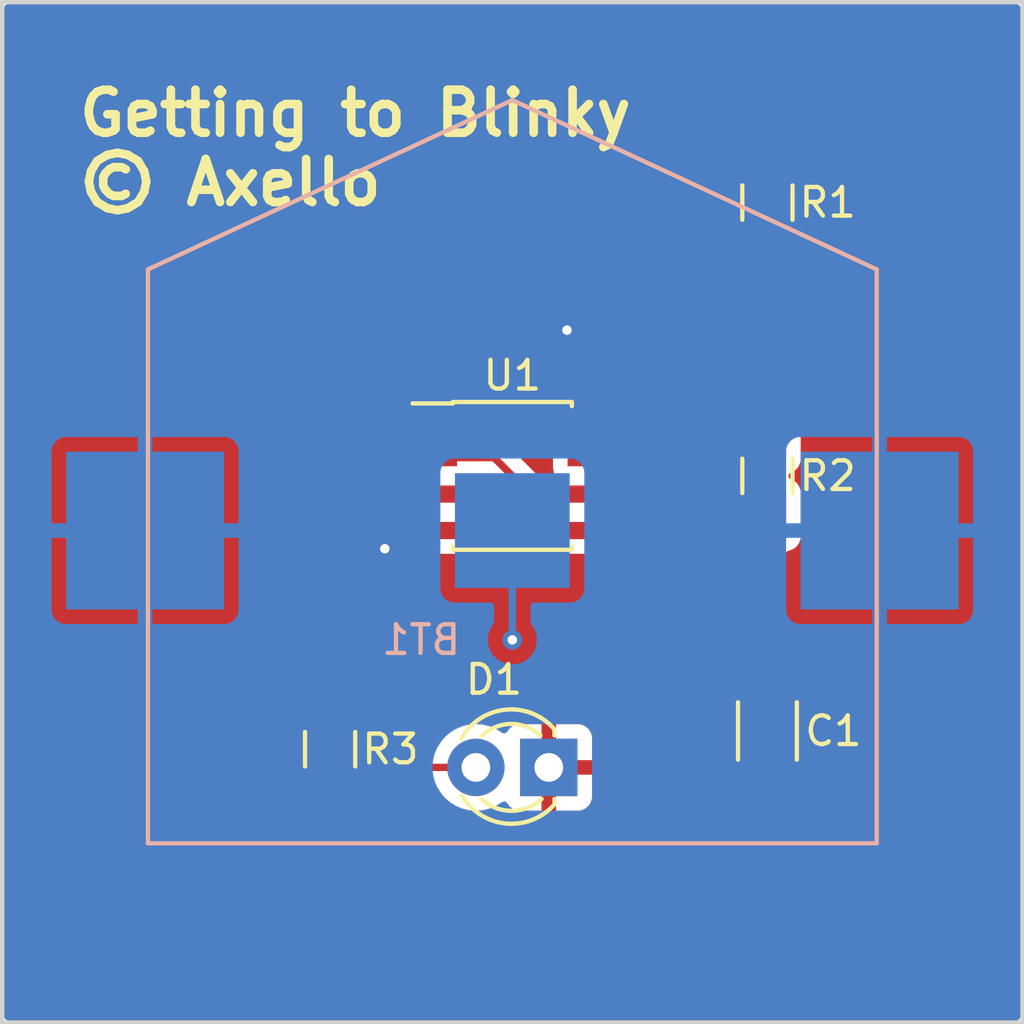
<source format=kicad_pcb>
(kicad_pcb (version 20221018) (generator pcbnew)
  (layers (0 "F.Cu" signal) (31 "B.Cu" signal) (34 "B.Paste" user) (35 "F.Paste" user) (36 "B.SilkS" user "B.Silkscreen") (37 "F.SilkS" user "F.Silkscreen") (38 "B.Mask" user) (39 "F.Mask" user) (44 "Edge.Cuts" user))
  (net 0 "")
  (net 1 "Net-(C1-Pad1)")
  (net 2 "GND")
  (net 3 "Net-(D1-Pad2)")
  (net 4 "/VDD")
  (net 5 "Net-(R1-Pad2)")
  (net 6 "Net-(R3-Pad1)")
  (net 7 "Net-(U1-Pad5)")
  (footprint "Capacitors_SMD:C_1206_HandSoldering" (layer "F.Cu") (at 222.25 135.89 -90)
    (fp_text reference "C1" (at 0 -2.3) (layer "F.SilkS"))
    (fp_text value "1µF")
    (fp_line (start -1 1.025) (end 1 1.025) (stroke (width 0.15)) (layer "F.SilkS"))
    (fp_line (start 1 -1.025) (end -1 -1.025) (stroke (width 0.15)) (layer "F.SilkS"))
    (pad "1" smd rect (at -2 0 270) (size 2 1.6) (layers "F.Cu" "F.Paste" "F.Mask") (net 1 "Net-(C1-Pad1)"))
    (pad "2" smd rect (at 2 0 270) (size 2 1.6) (layers "F.Cu" "F.Paste" "F.Mask") (net 2 "GND"))
  )
  (footprint "LEDs:LED-3MM" (layer "F.Cu") (at 214.63 137.16 180)
    (fp_text reference "D1" (at 1.91 3.06 180) (layer "F.SilkS"))
    (fp_text value "LED")
    (fp_line (start -0.199 -1.28) (end -0.199 -1.1) (stroke (width 0.15)) (layer "F.SilkS"))
    (fp_line (start -0.199 1.314) (end -0.199 1.114) (stroke (width 0.15)) (layer "F.SilkS"))
    (fp_arc (start -0.199 -1.286) (mid 1.495903 -1.954571) (end 3.028744 -0.969643) (stroke (width 0.15)) (layer "F.SilkS"))
    (fp_arc (start 0.25 -1.1) (mid 1.301686 -1.512142) (end 2.353005 -1.099067) (stroke (width 0.15)) (layer "F.SilkS"))
    (fp_arc (start 2.335 1.094) (mid 1.31492 1.51473) (end 0.287111 1.113252) (stroke (width 0.15)) (layer "F.SilkS"))
    (fp_arc (start 3.051 0.994) (mid 1.522637 2.009958) (end -0.18622 1.340726) (stroke (width 0.15)) (layer "F.SilkS"))
    (pad "1" thru_hole rect (at 0 0 270) (size 2 2) (drill 1.00076) (layers "*.Cu" "*.Mask") (net 2 "GND"))
    (pad "2" thru_hole circle (at 2.54 0 180) (size 2 2) (drill 1.00076) (layers "*.Cu" "*.Mask") (net 3 "Net-(D1-Pad2)"))
  )
  (footprint "Resistors_SMD:R_0805_HandSoldering" (layer "F.Cu") (at 222.25 117.475 -90)
    (fp_text reference "R1" (at 0 -2.1) (layer "F.SilkS"))
    (fp_text value "1K")
    (fp_line (start -0.6 -0.875) (end 0.6 -0.875) (stroke (width 0.15)) (layer "F.SilkS"))
    (fp_line (start 0.6 0.875) (end -0.6 0.875) (stroke (width 0.15)) (layer "F.SilkS"))
    (pad "1" smd rect (at -1.35 0 270) (size 1.5 1.3) (layers "F.Cu" "F.Paste" "F.Mask") (net 4 "/VDD"))
    (pad "2" smd rect (at 1.35 0 270) (size 1.5 1.3) (layers "F.Cu" "F.Paste" "F.Mask") (net 5 "Net-(R1-Pad2)"))
  )
  (footprint "Resistors_SMD:R_0805_HandSoldering" (layer "F.Cu") (at 222.25 127 -90)
    (fp_text reference "R2" (at 0 -2.1) (layer "F.SilkS"))
    (fp_text value "470K")
    (fp_line (start -0.6 -0.875) (end 0.6 -0.875) (stroke (width 0.15)) (layer "F.SilkS"))
    (fp_line (start 0.6 0.875) (end -0.6 0.875) (stroke (width 0.15)) (layer "F.SilkS"))
    (pad "1" smd rect (at -1.35 0 270) (size 1.5 1.3) (layers "F.Cu" "F.Paste" "F.Mask") (net 5 "Net-(R1-Pad2)"))
    (pad "2" smd rect (at 1.35 0 270) (size 1.5 1.3) (layers "F.Cu" "F.Paste" "F.Mask") (net 1 "Net-(C1-Pad1)"))
  )
  (footprint "Resistors_SMD:R_0805_HandSoldering" (layer "F.Cu") (at 207.01 136.525 -90)
    (fp_text reference "R3" (at 0 -2.1) (layer "F.SilkS"))
    (fp_text value "1K")
    (fp_line (start -0.6 -0.875) (end 0.6 -0.875) (stroke (width 0.15)) (layer "F.SilkS"))
    (fp_line (start 0.6 0.875) (end -0.6 0.875) (stroke (width 0.15)) (layer "F.SilkS"))
    (pad "1" smd rect (at -1.35 0 270) (size 1.5 1.3) (layers "F.Cu" "F.Paste" "F.Mask") (net 6 "Net-(R3-Pad1)"))
    (pad "2" smd rect (at 1.35 0 270) (size 1.5 1.3) (layers "F.Cu" "F.Paste" "F.Mask") (net 3 "Net-(D1-Pad2)"))
  )
  (footprint "Housings_SOIC:SOIC-8_3.9x4.9mm_Pitch1.27mm" (layer "F.Cu") (at 213.36 127)
    (fp_text reference "U1" (at 0 -3.5) (layer "F.SilkS"))
    (fp_text value "7555")
    (fp_line (start -2.075 -2.575) (end -2.075 -2.525) (stroke (width 0.15)) (layer "F.SilkS"))
    (fp_line (start -2.075 -2.575) (end 2.075 -2.575) (stroke (width 0.15)) (layer "F.SilkS"))
    (fp_line (start -2.075 -2.525) (end -3.475 -2.525) (stroke (width 0.15)) (layer "F.SilkS"))
    (fp_line (start -2.075 2.575) (end -2.075 2.43) (stroke (width 0.15)) (layer "F.SilkS"))
    (fp_line (start -2.075 2.575) (end 2.075 2.575) (stroke (width 0.15)) (layer "F.SilkS"))
    (fp_line (start 2.075 -2.575) (end 2.075 -2.43) (stroke (width 0.15)) (layer "F.SilkS"))
    (fp_line (start 2.075 2.575) (end 2.075 2.43) (stroke (width 0.15)) (layer "F.SilkS"))
    (pad "1" smd rect (at -2.7 -1.905) (size 1.55 0.6) (layers "F.Cu" "F.Paste" "F.Mask") (net 2 "GND"))
    (pad "2" smd rect (at -2.7 -0.635) (size 1.55 0.6) (layers "F.Cu" "F.Paste" "F.Mask") (net 1 "Net-(C1-Pad1)"))
    (pad "3" smd rect (at -2.7 0.635) (size 1.55 0.6) (layers "F.Cu" "F.Paste" "F.Mask") (net 6 "Net-(R3-Pad1)"))
    (pad "4" smd rect (at -2.7 1.905) (size 1.55 0.6) (layers "F.Cu" "F.Paste" "F.Mask") (net 4 "/VDD"))
    (pad "5" smd rect (at 2.7 1.905) (size 1.55 0.6) (layers "F.Cu" "F.Paste" "F.Mask") (net 7 "Net-(U1-Pad5)"))
    (pad "6" smd rect (at 2.7 0.635) (size 1.55 0.6) (layers "F.Cu" "F.Paste" "F.Mask") (net 1 "Net-(C1-Pad1)"))
    (pad "7" smd rect (at 2.7 -0.635) (size 1.55 0.6) (layers "F.Cu" "F.Paste" "F.Mask") (net 5 "Net-(R1-Pad2)"))
    (pad "8" smd rect (at 2.7 -1.905) (size 1.55 0.6) (layers "F.Cu" "F.Paste" "F.Mask") (net 4 "/VDD"))
  )
  (footprint "GTB:BatteryHolder" (layer "B.Cu") (at 213.36 128.905)
    (fp_text reference "BT1" (at -3.175 3.81) (layer "B.SilkS") (effects (justify mirror)))
    (fp_text value "Battery")
    (fp_line (start -12.7 -9.1) (end -12.7 10.9) (stroke (width 0.15)) (layer "B.SilkS"))
    (fp_line (start -12.7 10.9) (end 12.7 10.9) (stroke (width 0.15)) (layer "B.SilkS"))
    (fp_line (start 0 -15) (end -12.7 -9.1) (stroke (width 0.15)) (layer "B.SilkS"))
    (fp_line (start 12.7 -9.1) (end 0 -15) (stroke (width 0.15)) (layer "B.SilkS"))
    (fp_line (start 12.7 10.9) (end 12.7 -9.1) (stroke (width 0.15)) (layer "B.SilkS"))
    (pad "1" smd rect (at -12.8 0) (size 5.5 5.5) (layers "B.Cu" "B.Paste" "B.Mask") (net 4 "/VDD"))
    (pad "1" smd rect (at 12.8 0) (size 5.5 5.5) (layers "B.Cu" "B.Paste" "B.Mask") (net 4 "/VDD"))
    (pad "2" smd rect (at 0 0) (size 4 4) (layers "B.Cu" "B.Paste" "B.Mask") (net 2 "GND"))
  )
  (gr_line (start 231.14 146.05) (end 195.58 146.05) (stroke (width 0.15)) (layer "Edge.Cuts"))
  (gr_line (start 231.14 110.49) (end 231.14 146.05) (stroke (width 0.15)) (layer "Edge.Cuts"))
  (gr_line (start 195.58 110.49) (end 231.14 110.49) (stroke (width 0.15)) (layer "Edge.Cuts"))
  (gr_line (start 195.58 146.05) (end 195.58 110.49) (stroke (width 0.15)) (layer "Edge.Cuts"))
  (gr_text "Getting to Blinky\n© Axello" (at 198.12 115.57) (layer "F.SilkS") (effects (font (size 1.5 1.5) (thickness 0.3)) (justify left)))
  (segment (start 212.725 126.365) (end 213.995 127.635) (width 0.254) (layer "F.Cu") (net 1))
  (segment (start 213.995 127.635) (end 216.06 127.635) (width 0.254) (layer "F.Cu") (net 1))
  (segment (start 220.345 127.635) (end 220.98 128.27) (width 0.254) (layer "F.Cu") (net 1))
  (segment (start 220.98 128.27) (end 222.17 128.27) (width 0.254) (layer "F.Cu") (net 1))
  (segment (start 222.17 128.27) (end 222.25 128.35) (width 0.254) (layer "F.Cu") (net 1))
  (segment (start 222.25 133.89) (end 222.25 128.35) (width 0.254) (layer "F.Cu") (net 1))
  (segment (start 210.66 126.365) (end 212.725 126.365) (width 0.254) (layer "F.Cu") (net 1))
  (segment (start 216.06 127.635) (end 220.345 127.635) (width 0.254) (layer "F.Cu") (net 1))
  (via (at 213.36 132.715) (size 0.6858) (drill 0.3302) (layers "F.Cu" "B.Cu") (net 2))
  (segment (start 213.36 128.905) (end 213.36 132.715) (width 0.254) (layer "B.Cu") (net 2))
  (segment (start 209.55 137.16) (end 208.28 137.795) (width 0.254) (layer "F.Cu") (net 3))
  (segment (start 208.28 137.795) (end 207.01 138.51) (width 0.254) (layer "F.Cu") (net 3))
  (segment (start 212.09 137.16) (end 209.55 137.16) (width 0.254) (layer "F.Cu") (net 3))
  (segment (start 216.06 124.935) (end 219.71 121.285) (width 0.254) (layer "F.Cu") (net 4))
  (segment (start 219.71 121.285) (end 219.71 116.84) (width 0.254) (layer "F.Cu") (net 4))
  (segment (start 219.71 116.84) (end 220.425 116.125) (width 0.254) (layer "F.Cu") (net 4))
  (segment (start 220.425 116.125) (end 222.25 116.125) (width 0.254) (layer "F.Cu") (net 4))
  (segment (start 216.06 122.715) (end 215.265 121.92) (width 0.254) (layer "F.Cu") (net 4))
  (segment (start 208.915 129.54) (end 209.55 128.905) (width 0.254) (layer "F.Cu") (net 4))
  (segment (start 216.06 125.095) (end 216.06 124.935) (width 0.254) (layer "F.Cu") (net 4))
  (segment (start 216.06 125.095) (end 216.06 122.715) (width 0.254) (layer "F.Cu") (net 4))
  (segment (start 209.55 128.905) (end 210.66 128.905) (width 0.254) (layer "F.Cu") (net 4))
  (via (at 208.915 129.54) (size 0.6858) (drill 0.3302) (layers "F.Cu" "B.Cu") (net 4))
  (via (at 215.265 121.92) (size 0.6858) (drill 0.3302) (layers "F.Cu" "B.Cu") (net 4))
  (segment (start 220.345 126.365) (end 221.06 125.65) (width 0.254) (layer "F.Cu") (net 5))
  (segment (start 221.06 125.65) (end 222.25 126.285) (width 0.254) (layer "F.Cu") (net 5))
  (segment (start 222.25 126.285) (end 222.25 118.825) (width 0.254) (layer "F.Cu") (net 5))
  (segment (start 216.06 126.365) (end 220.345 126.365) (width 0.254) (layer "F.Cu") (net 5))
  (segment (start 207.01 128.27) (end 207.645 127.635) (width 0.254) (layer "F.Cu") (net 6))
  (segment (start 207.645 127.635) (end 210.66 127.635) (width 0.254) (layer "F.Cu") (net 6))
  (segment (start 207.01 135.81) (end 207.01 128.27) (width 0.254) (layer "F.Cu") (net 6))
  (zone (net 2) (net_name "GND") (layer "F.Cu") (connect_pads (clearance 0.508)) (min_thickness 0.254) (fill yes (thermal_gap 0.508) (thermal_bridge_width 0.508))
    (polygon (pts (xy 231.14 146.05) (xy 195.58 146.05) (xy 195.58 110.49) (xy 231.14 110.49)))
  )
  (zone (net 4) (net_name "/VDD") (layer "B.Cu") (connect_pads (clearance 0.508)) (min_thickness 0.254) (fill yes (thermal_gap 0.508) (thermal_bridge_width 0.508))
    (polygon (pts (xy 231.14 146.05) (xy 195.58 146.05) (xy 195.58 110.49) (xy 231.14 110.49)))
  )
)
</source>
